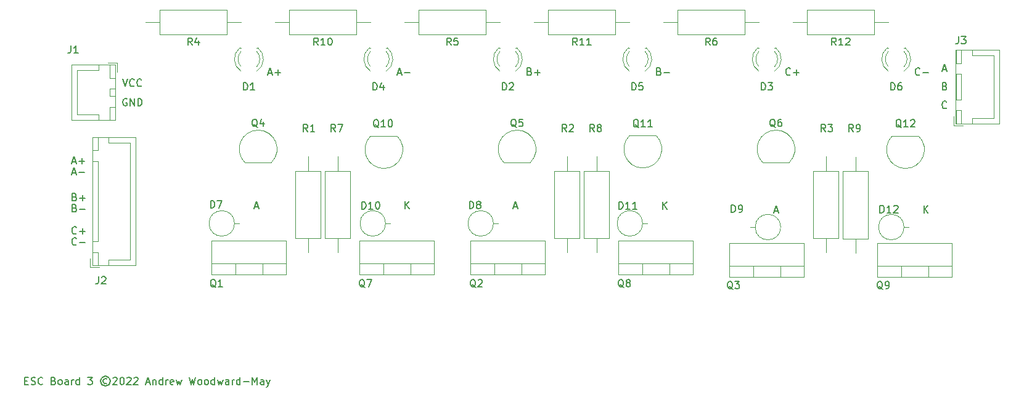
<source format=gto>
G04 #@! TF.GenerationSoftware,KiCad,Pcbnew,(6.0.2)*
G04 #@! TF.CreationDate,2022-03-10T23:04:52+00:00*
G04 #@! TF.ProjectId,ESC1,45534331-2e6b-4696-9361-645f70636258,rev?*
G04 #@! TF.SameCoordinates,Original*
G04 #@! TF.FileFunction,Legend,Top*
G04 #@! TF.FilePolarity,Positive*
%FSLAX46Y46*%
G04 Gerber Fmt 4.6, Leading zero omitted, Abs format (unit mm)*
G04 Created by KiCad (PCBNEW (6.0.2)) date 2022-03-10 23:04:52*
%MOMM*%
%LPD*%
G01*
G04 APERTURE LIST*
%ADD10C,0.150000*%
%ADD11C,0.120000*%
G04 APERTURE END LIST*
D10*
X142041523Y-33956142D02*
X141993904Y-34003761D01*
X141851047Y-34051380D01*
X141755809Y-34051380D01*
X141612952Y-34003761D01*
X141517714Y-33908523D01*
X141470095Y-33813285D01*
X141422476Y-33622809D01*
X141422476Y-33479952D01*
X141470095Y-33289476D01*
X141517714Y-33194238D01*
X141612952Y-33099000D01*
X141755809Y-33051380D01*
X141851047Y-33051380D01*
X141993904Y-33099000D01*
X142041523Y-33146619D01*
X141803428Y-30987571D02*
X141946285Y-31035190D01*
X141993904Y-31082809D01*
X142041523Y-31178047D01*
X142041523Y-31320904D01*
X141993904Y-31416142D01*
X141946285Y-31463761D01*
X141851047Y-31511380D01*
X141470095Y-31511380D01*
X141470095Y-30511380D01*
X141803428Y-30511380D01*
X141898666Y-30559000D01*
X141946285Y-30606619D01*
X141993904Y-30701857D01*
X141993904Y-30797095D01*
X141946285Y-30892333D01*
X141898666Y-30939952D01*
X141803428Y-30987571D01*
X141470095Y-30987571D01*
X141493904Y-28685666D02*
X141970095Y-28685666D01*
X141398666Y-28971380D02*
X141732000Y-27971380D01*
X142065333Y-28971380D01*
X138374476Y-29384142D02*
X138326857Y-29431761D01*
X138184000Y-29479380D01*
X138088761Y-29479380D01*
X137945904Y-29431761D01*
X137850666Y-29336523D01*
X137803047Y-29241285D01*
X137755428Y-29050809D01*
X137755428Y-28907952D01*
X137803047Y-28717476D01*
X137850666Y-28622238D01*
X137945904Y-28527000D01*
X138088761Y-28479380D01*
X138184000Y-28479380D01*
X138326857Y-28527000D01*
X138374476Y-28574619D01*
X138803047Y-29098428D02*
X139564952Y-29098428D01*
X120594476Y-29384142D02*
X120546857Y-29431761D01*
X120404000Y-29479380D01*
X120308761Y-29479380D01*
X120165904Y-29431761D01*
X120070666Y-29336523D01*
X120023047Y-29241285D01*
X119975428Y-29050809D01*
X119975428Y-28907952D01*
X120023047Y-28717476D01*
X120070666Y-28622238D01*
X120165904Y-28527000D01*
X120308761Y-28479380D01*
X120404000Y-28479380D01*
X120546857Y-28527000D01*
X120594476Y-28574619D01*
X121023047Y-29098428D02*
X121784952Y-29098428D01*
X121404000Y-29479380D02*
X121404000Y-28717476D01*
X102576380Y-28955571D02*
X102719238Y-29003190D01*
X102766857Y-29050809D01*
X102814476Y-29146047D01*
X102814476Y-29288904D01*
X102766857Y-29384142D01*
X102719238Y-29431761D01*
X102624000Y-29479380D01*
X102243047Y-29479380D01*
X102243047Y-28479380D01*
X102576380Y-28479380D01*
X102671619Y-28527000D01*
X102719238Y-28574619D01*
X102766857Y-28669857D01*
X102766857Y-28765095D01*
X102719238Y-28860333D01*
X102671619Y-28907952D01*
X102576380Y-28955571D01*
X102243047Y-28955571D01*
X103243047Y-29098428D02*
X104004952Y-29098428D01*
X84796380Y-28955571D02*
X84939238Y-29003190D01*
X84986857Y-29050809D01*
X85034476Y-29146047D01*
X85034476Y-29288904D01*
X84986857Y-29384142D01*
X84939238Y-29431761D01*
X84844000Y-29479380D01*
X84463047Y-29479380D01*
X84463047Y-28479380D01*
X84796380Y-28479380D01*
X84891619Y-28527000D01*
X84939238Y-28574619D01*
X84986857Y-28669857D01*
X84986857Y-28765095D01*
X84939238Y-28860333D01*
X84891619Y-28907952D01*
X84796380Y-28955571D01*
X84463047Y-28955571D01*
X85463047Y-29098428D02*
X86224952Y-29098428D01*
X85844000Y-29479380D02*
X85844000Y-28717476D01*
X66706857Y-29193666D02*
X67183047Y-29193666D01*
X66611619Y-29479380D02*
X66944952Y-28479380D01*
X67278285Y-29479380D01*
X67611619Y-29098428D02*
X68373523Y-29098428D01*
X48926857Y-29193666D02*
X49403047Y-29193666D01*
X48831619Y-29479380D02*
X49164952Y-28479380D01*
X49498285Y-29479380D01*
X49831619Y-29098428D02*
X50593523Y-29098428D01*
X50212571Y-29479380D02*
X50212571Y-28717476D01*
X22002857Y-42909666D02*
X22479047Y-42909666D01*
X21907619Y-43195380D02*
X22240952Y-42195380D01*
X22574285Y-43195380D01*
X22907619Y-42814428D02*
X23669523Y-42814428D01*
X28892666Y-30003380D02*
X29226000Y-31003380D01*
X29559333Y-30003380D01*
X30464095Y-30908142D02*
X30416476Y-30955761D01*
X30273619Y-31003380D01*
X30178380Y-31003380D01*
X30035523Y-30955761D01*
X29940285Y-30860523D01*
X29892666Y-30765285D01*
X29845047Y-30574809D01*
X29845047Y-30431952D01*
X29892666Y-30241476D01*
X29940285Y-30146238D01*
X30035523Y-30051000D01*
X30178380Y-30003380D01*
X30273619Y-30003380D01*
X30416476Y-30051000D01*
X30464095Y-30098619D01*
X31464095Y-30908142D02*
X31416476Y-30955761D01*
X31273619Y-31003380D01*
X31178380Y-31003380D01*
X31035523Y-30955761D01*
X30940285Y-30860523D01*
X30892666Y-30765285D01*
X30845047Y-30574809D01*
X30845047Y-30431952D01*
X30892666Y-30241476D01*
X30940285Y-30146238D01*
X31035523Y-30051000D01*
X31178380Y-30003380D01*
X31273619Y-30003380D01*
X31416476Y-30051000D01*
X31464095Y-30098619D01*
X22312380Y-47751571D02*
X22455238Y-47799190D01*
X22502857Y-47846809D01*
X22550476Y-47942047D01*
X22550476Y-48084904D01*
X22502857Y-48180142D01*
X22455238Y-48227761D01*
X22360000Y-48275380D01*
X21979047Y-48275380D01*
X21979047Y-47275380D01*
X22312380Y-47275380D01*
X22407619Y-47323000D01*
X22455238Y-47370619D01*
X22502857Y-47465857D01*
X22502857Y-47561095D01*
X22455238Y-47656333D01*
X22407619Y-47703952D01*
X22312380Y-47751571D01*
X21979047Y-47751571D01*
X22979047Y-47894428D02*
X23740952Y-47894428D01*
X22550476Y-52752142D02*
X22502857Y-52799761D01*
X22360000Y-52847380D01*
X22264761Y-52847380D01*
X22121904Y-52799761D01*
X22026666Y-52704523D01*
X21979047Y-52609285D01*
X21931428Y-52418809D01*
X21931428Y-52275952D01*
X21979047Y-52085476D01*
X22026666Y-51990238D01*
X22121904Y-51895000D01*
X22264761Y-51847380D01*
X22360000Y-51847380D01*
X22502857Y-51895000D01*
X22550476Y-51942619D01*
X22979047Y-52466428D02*
X23740952Y-52466428D01*
X22550476Y-51228142D02*
X22502857Y-51275761D01*
X22360000Y-51323380D01*
X22264761Y-51323380D01*
X22121904Y-51275761D01*
X22026666Y-51180523D01*
X21979047Y-51085285D01*
X21931428Y-50894809D01*
X21931428Y-50751952D01*
X21979047Y-50561476D01*
X22026666Y-50466238D01*
X22121904Y-50371000D01*
X22264761Y-50323380D01*
X22360000Y-50323380D01*
X22502857Y-50371000D01*
X22550476Y-50418619D01*
X22979047Y-50942428D02*
X23740952Y-50942428D01*
X23360000Y-51323380D02*
X23360000Y-50561476D01*
X22312380Y-46227571D02*
X22455238Y-46275190D01*
X22502857Y-46322809D01*
X22550476Y-46418047D01*
X22550476Y-46560904D01*
X22502857Y-46656142D01*
X22455238Y-46703761D01*
X22360000Y-46751380D01*
X21979047Y-46751380D01*
X21979047Y-45751380D01*
X22312380Y-45751380D01*
X22407619Y-45799000D01*
X22455238Y-45846619D01*
X22502857Y-45941857D01*
X22502857Y-46037095D01*
X22455238Y-46132333D01*
X22407619Y-46179952D01*
X22312380Y-46227571D01*
X21979047Y-46227571D01*
X22979047Y-46370428D02*
X23740952Y-46370428D01*
X23360000Y-46751380D02*
X23360000Y-45989476D01*
X15472285Y-71500571D02*
X15805619Y-71500571D01*
X15948476Y-72024380D02*
X15472285Y-72024380D01*
X15472285Y-71024380D01*
X15948476Y-71024380D01*
X16329428Y-71976761D02*
X16472285Y-72024380D01*
X16710380Y-72024380D01*
X16805619Y-71976761D01*
X16853238Y-71929142D01*
X16900857Y-71833904D01*
X16900857Y-71738666D01*
X16853238Y-71643428D01*
X16805619Y-71595809D01*
X16710380Y-71548190D01*
X16519904Y-71500571D01*
X16424666Y-71452952D01*
X16377047Y-71405333D01*
X16329428Y-71310095D01*
X16329428Y-71214857D01*
X16377047Y-71119619D01*
X16424666Y-71072000D01*
X16519904Y-71024380D01*
X16757999Y-71024380D01*
X16900857Y-71072000D01*
X17900857Y-71929142D02*
X17853238Y-71976761D01*
X17710380Y-72024380D01*
X17615142Y-72024380D01*
X17472285Y-71976761D01*
X17377047Y-71881523D01*
X17329428Y-71786285D01*
X17281809Y-71595809D01*
X17281809Y-71452952D01*
X17329428Y-71262476D01*
X17377047Y-71167238D01*
X17472285Y-71072000D01*
X17615142Y-71024380D01*
X17710380Y-71024380D01*
X17853238Y-71072000D01*
X17900857Y-71119619D01*
X19424666Y-71500571D02*
X19567523Y-71548190D01*
X19615142Y-71595809D01*
X19662761Y-71691047D01*
X19662761Y-71833904D01*
X19615142Y-71929142D01*
X19567523Y-71976761D01*
X19472285Y-72024380D01*
X19091333Y-72024380D01*
X19091333Y-71024380D01*
X19424666Y-71024380D01*
X19519904Y-71072000D01*
X19567523Y-71119619D01*
X19615142Y-71214857D01*
X19615142Y-71310095D01*
X19567523Y-71405333D01*
X19519904Y-71452952D01*
X19424666Y-71500571D01*
X19091333Y-71500571D01*
X20234190Y-72024380D02*
X20138952Y-71976761D01*
X20091333Y-71929142D01*
X20043714Y-71833904D01*
X20043714Y-71548190D01*
X20091333Y-71452952D01*
X20138952Y-71405333D01*
X20234190Y-71357714D01*
X20377047Y-71357714D01*
X20472285Y-71405333D01*
X20519904Y-71452952D01*
X20567523Y-71548190D01*
X20567523Y-71833904D01*
X20519904Y-71929142D01*
X20472285Y-71976761D01*
X20377047Y-72024380D01*
X20234190Y-72024380D01*
X21424666Y-72024380D02*
X21424666Y-71500571D01*
X21377047Y-71405333D01*
X21281809Y-71357714D01*
X21091333Y-71357714D01*
X20996095Y-71405333D01*
X21424666Y-71976761D02*
X21329428Y-72024380D01*
X21091333Y-72024380D01*
X20996095Y-71976761D01*
X20948476Y-71881523D01*
X20948476Y-71786285D01*
X20996095Y-71691047D01*
X21091333Y-71643428D01*
X21329428Y-71643428D01*
X21424666Y-71595809D01*
X21900857Y-72024380D02*
X21900857Y-71357714D01*
X21900857Y-71548190D02*
X21948476Y-71452952D01*
X21996095Y-71405333D01*
X22091333Y-71357714D01*
X22186571Y-71357714D01*
X22948476Y-72024380D02*
X22948476Y-71024380D01*
X22948476Y-71976761D02*
X22853238Y-72024380D01*
X22662761Y-72024380D01*
X22567523Y-71976761D01*
X22519904Y-71929142D01*
X22472285Y-71833904D01*
X22472285Y-71548190D01*
X22519904Y-71452952D01*
X22567523Y-71405333D01*
X22662761Y-71357714D01*
X22853238Y-71357714D01*
X22948476Y-71405333D01*
X24091333Y-71024380D02*
X24710380Y-71024380D01*
X24377047Y-71405333D01*
X24519904Y-71405333D01*
X24615142Y-71452952D01*
X24662761Y-71500571D01*
X24710380Y-71595809D01*
X24710380Y-71833904D01*
X24662761Y-71929142D01*
X24615142Y-71976761D01*
X24519904Y-72024380D01*
X24234190Y-72024380D01*
X24138952Y-71976761D01*
X24091333Y-71929142D01*
X26710380Y-71262476D02*
X26615142Y-71214857D01*
X26424666Y-71214857D01*
X26329428Y-71262476D01*
X26234190Y-71357714D01*
X26186571Y-71452952D01*
X26186571Y-71643428D01*
X26234190Y-71738666D01*
X26329428Y-71833904D01*
X26424666Y-71881523D01*
X26615142Y-71881523D01*
X26710380Y-71833904D01*
X26519904Y-70881523D02*
X26281809Y-70929142D01*
X26043714Y-71072000D01*
X25900857Y-71310095D01*
X25853238Y-71548190D01*
X25900857Y-71786285D01*
X26043714Y-72024380D01*
X26281809Y-72167238D01*
X26519904Y-72214857D01*
X26757999Y-72167238D01*
X26996095Y-72024380D01*
X27138952Y-71786285D01*
X27186571Y-71548190D01*
X27138952Y-71310095D01*
X26996095Y-71072000D01*
X26757999Y-70929142D01*
X26519904Y-70881523D01*
X27567523Y-71119619D02*
X27615142Y-71072000D01*
X27710380Y-71024380D01*
X27948476Y-71024380D01*
X28043714Y-71072000D01*
X28091333Y-71119619D01*
X28138952Y-71214857D01*
X28138952Y-71310095D01*
X28091333Y-71452952D01*
X27519904Y-72024380D01*
X28138952Y-72024380D01*
X28757999Y-71024380D02*
X28853238Y-71024380D01*
X28948476Y-71072000D01*
X28996095Y-71119619D01*
X29043714Y-71214857D01*
X29091333Y-71405333D01*
X29091333Y-71643428D01*
X29043714Y-71833904D01*
X28996095Y-71929142D01*
X28948476Y-71976761D01*
X28853238Y-72024380D01*
X28757999Y-72024380D01*
X28662761Y-71976761D01*
X28615142Y-71929142D01*
X28567523Y-71833904D01*
X28519904Y-71643428D01*
X28519904Y-71405333D01*
X28567523Y-71214857D01*
X28615142Y-71119619D01*
X28662761Y-71072000D01*
X28757999Y-71024380D01*
X29472285Y-71119619D02*
X29519904Y-71072000D01*
X29615142Y-71024380D01*
X29853238Y-71024380D01*
X29948476Y-71072000D01*
X29996095Y-71119619D01*
X30043714Y-71214857D01*
X30043714Y-71310095D01*
X29996095Y-71452952D01*
X29424666Y-72024380D01*
X30043714Y-72024380D01*
X30424666Y-71119619D02*
X30472285Y-71072000D01*
X30567523Y-71024380D01*
X30805619Y-71024380D01*
X30900857Y-71072000D01*
X30948476Y-71119619D01*
X30996095Y-71214857D01*
X30996095Y-71310095D01*
X30948476Y-71452952D01*
X30377047Y-72024380D01*
X30996095Y-72024380D01*
X32138952Y-71738666D02*
X32615142Y-71738666D01*
X32043714Y-72024380D02*
X32377047Y-71024380D01*
X32710380Y-72024380D01*
X33043714Y-71357714D02*
X33043714Y-72024380D01*
X33043714Y-71452952D02*
X33091333Y-71405333D01*
X33186571Y-71357714D01*
X33329428Y-71357714D01*
X33424666Y-71405333D01*
X33472285Y-71500571D01*
X33472285Y-72024380D01*
X34377047Y-72024380D02*
X34377047Y-71024380D01*
X34377047Y-71976761D02*
X34281809Y-72024380D01*
X34091333Y-72024380D01*
X33996095Y-71976761D01*
X33948476Y-71929142D01*
X33900857Y-71833904D01*
X33900857Y-71548190D01*
X33948476Y-71452952D01*
X33996095Y-71405333D01*
X34091333Y-71357714D01*
X34281809Y-71357714D01*
X34377047Y-71405333D01*
X34853238Y-72024380D02*
X34853238Y-71357714D01*
X34853238Y-71548190D02*
X34900857Y-71452952D01*
X34948476Y-71405333D01*
X35043714Y-71357714D01*
X35138952Y-71357714D01*
X35853238Y-71976761D02*
X35757999Y-72024380D01*
X35567523Y-72024380D01*
X35472285Y-71976761D01*
X35424666Y-71881523D01*
X35424666Y-71500571D01*
X35472285Y-71405333D01*
X35567523Y-71357714D01*
X35757999Y-71357714D01*
X35853238Y-71405333D01*
X35900857Y-71500571D01*
X35900857Y-71595809D01*
X35424666Y-71691047D01*
X36234190Y-71357714D02*
X36424666Y-72024380D01*
X36615142Y-71548190D01*
X36805619Y-72024380D01*
X36996095Y-71357714D01*
X38043714Y-71024380D02*
X38281809Y-72024380D01*
X38472285Y-71310095D01*
X38662761Y-72024380D01*
X38900857Y-71024380D01*
X39424666Y-72024380D02*
X39329428Y-71976761D01*
X39281809Y-71929142D01*
X39234190Y-71833904D01*
X39234190Y-71548190D01*
X39281809Y-71452952D01*
X39329428Y-71405333D01*
X39424666Y-71357714D01*
X39567523Y-71357714D01*
X39662761Y-71405333D01*
X39710380Y-71452952D01*
X39757999Y-71548190D01*
X39757999Y-71833904D01*
X39710380Y-71929142D01*
X39662761Y-71976761D01*
X39567523Y-72024380D01*
X39424666Y-72024380D01*
X40329428Y-72024380D02*
X40234190Y-71976761D01*
X40186571Y-71929142D01*
X40138952Y-71833904D01*
X40138952Y-71548190D01*
X40186571Y-71452952D01*
X40234190Y-71405333D01*
X40329428Y-71357714D01*
X40472285Y-71357714D01*
X40567523Y-71405333D01*
X40615142Y-71452952D01*
X40662761Y-71548190D01*
X40662761Y-71833904D01*
X40615142Y-71929142D01*
X40567523Y-71976761D01*
X40472285Y-72024380D01*
X40329428Y-72024380D01*
X41519904Y-72024380D02*
X41519904Y-71024380D01*
X41519904Y-71976761D02*
X41424666Y-72024380D01*
X41234190Y-72024380D01*
X41138952Y-71976761D01*
X41091333Y-71929142D01*
X41043714Y-71833904D01*
X41043714Y-71548190D01*
X41091333Y-71452952D01*
X41138952Y-71405333D01*
X41234190Y-71357714D01*
X41424666Y-71357714D01*
X41519904Y-71405333D01*
X41900857Y-71357714D02*
X42091333Y-72024380D01*
X42281809Y-71548190D01*
X42472285Y-72024380D01*
X42662761Y-71357714D01*
X43472285Y-72024380D02*
X43472285Y-71500571D01*
X43424666Y-71405333D01*
X43329428Y-71357714D01*
X43138952Y-71357714D01*
X43043714Y-71405333D01*
X43472285Y-71976761D02*
X43377047Y-72024380D01*
X43138952Y-72024380D01*
X43043714Y-71976761D01*
X42996095Y-71881523D01*
X42996095Y-71786285D01*
X43043714Y-71691047D01*
X43138952Y-71643428D01*
X43377047Y-71643428D01*
X43472285Y-71595809D01*
X43948476Y-72024380D02*
X43948476Y-71357714D01*
X43948476Y-71548190D02*
X43996095Y-71452952D01*
X44043714Y-71405333D01*
X44138952Y-71357714D01*
X44234190Y-71357714D01*
X44996095Y-72024380D02*
X44996095Y-71024380D01*
X44996095Y-71976761D02*
X44900857Y-72024380D01*
X44710380Y-72024380D01*
X44615142Y-71976761D01*
X44567523Y-71929142D01*
X44519904Y-71833904D01*
X44519904Y-71548190D01*
X44567523Y-71452952D01*
X44615142Y-71405333D01*
X44710380Y-71357714D01*
X44900857Y-71357714D01*
X44996095Y-71405333D01*
X45472285Y-71643428D02*
X46234190Y-71643428D01*
X46710380Y-72024380D02*
X46710380Y-71024380D01*
X47043714Y-71738666D01*
X47377047Y-71024380D01*
X47377047Y-72024380D01*
X48281809Y-72024380D02*
X48281809Y-71500571D01*
X48234190Y-71405333D01*
X48138952Y-71357714D01*
X47948476Y-71357714D01*
X47853238Y-71405333D01*
X48281809Y-71976761D02*
X48186571Y-72024380D01*
X47948476Y-72024380D01*
X47853238Y-71976761D01*
X47805619Y-71881523D01*
X47805619Y-71786285D01*
X47853238Y-71691047D01*
X47948476Y-71643428D01*
X48186571Y-71643428D01*
X48281809Y-71595809D01*
X48662761Y-71357714D02*
X48900857Y-72024380D01*
X49138952Y-71357714D02*
X48900857Y-72024380D01*
X48805619Y-72262476D01*
X48757999Y-72310095D01*
X48662761Y-72357714D01*
X29464095Y-32718000D02*
X29368857Y-32670380D01*
X29226000Y-32670380D01*
X29083142Y-32718000D01*
X28987904Y-32813238D01*
X28940285Y-32908476D01*
X28892666Y-33098952D01*
X28892666Y-33241809D01*
X28940285Y-33432285D01*
X28987904Y-33527523D01*
X29083142Y-33622761D01*
X29226000Y-33670380D01*
X29321238Y-33670380D01*
X29464095Y-33622761D01*
X29511714Y-33575142D01*
X29511714Y-33241809D01*
X29321238Y-33241809D01*
X29940285Y-33670380D02*
X29940285Y-32670380D01*
X30511714Y-33670380D01*
X30511714Y-32670380D01*
X30987904Y-33670380D02*
X30987904Y-32670380D01*
X31226000Y-32670380D01*
X31368857Y-32718000D01*
X31464095Y-32813238D01*
X31511714Y-32908476D01*
X31559333Y-33098952D01*
X31559333Y-33241809D01*
X31511714Y-33432285D01*
X31464095Y-33527523D01*
X31368857Y-33622761D01*
X31226000Y-33670380D01*
X30987904Y-33670380D01*
X22002857Y-41385666D02*
X22479047Y-41385666D01*
X21907619Y-41671380D02*
X22240952Y-40671380D01*
X22574285Y-41671380D01*
X22907619Y-41290428D02*
X23669523Y-41290428D01*
X23288571Y-41671380D02*
X23288571Y-40909476D01*
X134389904Y-31511380D02*
X134389904Y-30511380D01*
X134628000Y-30511380D01*
X134770857Y-30559000D01*
X134866095Y-30654238D01*
X134913714Y-30749476D01*
X134961333Y-30939952D01*
X134961333Y-31082809D01*
X134913714Y-31273285D01*
X134866095Y-31368523D01*
X134770857Y-31463761D01*
X134628000Y-31511380D01*
X134389904Y-31511380D01*
X135818476Y-30511380D02*
X135628000Y-30511380D01*
X135532761Y-30559000D01*
X135485142Y-30606619D01*
X135389904Y-30749476D01*
X135342285Y-30939952D01*
X135342285Y-31320904D01*
X135389904Y-31416142D01*
X135437523Y-31463761D01*
X135532761Y-31511380D01*
X135723238Y-31511380D01*
X135818476Y-31463761D01*
X135866095Y-31416142D01*
X135913714Y-31320904D01*
X135913714Y-31082809D01*
X135866095Y-30987571D01*
X135818476Y-30939952D01*
X135723238Y-30892333D01*
X135532761Y-30892333D01*
X135437523Y-30939952D01*
X135389904Y-30987571D01*
X135342285Y-31082809D01*
X112680761Y-58911619D02*
X112585523Y-58864000D01*
X112490285Y-58768761D01*
X112347428Y-58625904D01*
X112252190Y-58578285D01*
X112156952Y-58578285D01*
X112204571Y-58816380D02*
X112109333Y-58768761D01*
X112014095Y-58673523D01*
X111966476Y-58483047D01*
X111966476Y-58149714D01*
X112014095Y-57959238D01*
X112109333Y-57864000D01*
X112204571Y-57816380D01*
X112395047Y-57816380D01*
X112490285Y-57864000D01*
X112585523Y-57959238D01*
X112633142Y-58149714D01*
X112633142Y-58483047D01*
X112585523Y-58673523D01*
X112490285Y-58768761D01*
X112395047Y-58816380D01*
X112204571Y-58816380D01*
X112966476Y-57816380D02*
X113585523Y-57816380D01*
X113252190Y-58197333D01*
X113395047Y-58197333D01*
X113490285Y-58244952D01*
X113537904Y-58292571D01*
X113585523Y-58387809D01*
X113585523Y-58625904D01*
X113537904Y-58721142D01*
X113490285Y-58768761D01*
X113395047Y-58816380D01*
X113109333Y-58816380D01*
X113014095Y-58768761D01*
X112966476Y-58721142D01*
X133254761Y-58911619D02*
X133159523Y-58864000D01*
X133064285Y-58768761D01*
X132921428Y-58625904D01*
X132826190Y-58578285D01*
X132730952Y-58578285D01*
X132778571Y-58816380D02*
X132683333Y-58768761D01*
X132588095Y-58673523D01*
X132540476Y-58483047D01*
X132540476Y-58149714D01*
X132588095Y-57959238D01*
X132683333Y-57864000D01*
X132778571Y-57816380D01*
X132969047Y-57816380D01*
X133064285Y-57864000D01*
X133159523Y-57959238D01*
X133207142Y-58149714D01*
X133207142Y-58483047D01*
X133159523Y-58673523D01*
X133064285Y-58768761D01*
X132969047Y-58816380D01*
X132778571Y-58816380D01*
X133683333Y-58816380D02*
X133873809Y-58816380D01*
X133969047Y-58768761D01*
X134016666Y-58721142D01*
X134111904Y-58578285D01*
X134159523Y-58387809D01*
X134159523Y-58006857D01*
X134111904Y-57911619D01*
X134064285Y-57864000D01*
X133969047Y-57816380D01*
X133778571Y-57816380D01*
X133683333Y-57864000D01*
X133635714Y-57911619D01*
X133588095Y-58006857D01*
X133588095Y-58244952D01*
X133635714Y-58340190D01*
X133683333Y-58387809D01*
X133778571Y-58435428D01*
X133969047Y-58435428D01*
X134064285Y-58387809D01*
X134111904Y-58340190D01*
X134159523Y-58244952D01*
X55745142Y-25341380D02*
X55411809Y-24865190D01*
X55173714Y-25341380D02*
X55173714Y-24341380D01*
X55554666Y-24341380D01*
X55649904Y-24389000D01*
X55697523Y-24436619D01*
X55745142Y-24531857D01*
X55745142Y-24674714D01*
X55697523Y-24769952D01*
X55649904Y-24817571D01*
X55554666Y-24865190D01*
X55173714Y-24865190D01*
X56697523Y-25341380D02*
X56126095Y-25341380D01*
X56411809Y-25341380D02*
X56411809Y-24341380D01*
X56316571Y-24484238D01*
X56221333Y-24579476D01*
X56126095Y-24627095D01*
X57316571Y-24341380D02*
X57411809Y-24341380D01*
X57507047Y-24389000D01*
X57554666Y-24436619D01*
X57602285Y-24531857D01*
X57649904Y-24722333D01*
X57649904Y-24960428D01*
X57602285Y-25150904D01*
X57554666Y-25246142D01*
X57507047Y-25293761D01*
X57411809Y-25341380D01*
X57316571Y-25341380D01*
X57221333Y-25293761D01*
X57173714Y-25246142D01*
X57126095Y-25150904D01*
X57078476Y-24960428D01*
X57078476Y-24722333D01*
X57126095Y-24531857D01*
X57173714Y-24436619D01*
X57221333Y-24389000D01*
X57316571Y-24341380D01*
X21764666Y-25431380D02*
X21764666Y-26145666D01*
X21717047Y-26288523D01*
X21621809Y-26383761D01*
X21478952Y-26431380D01*
X21383714Y-26431380D01*
X22764666Y-26431380D02*
X22193238Y-26431380D01*
X22478952Y-26431380D02*
X22478952Y-25431380D01*
X22383714Y-25574238D01*
X22288476Y-25669476D01*
X22193238Y-25717095D01*
X135826571Y-36686619D02*
X135731333Y-36639000D01*
X135636095Y-36543761D01*
X135493238Y-36400904D01*
X135398000Y-36353285D01*
X135302761Y-36353285D01*
X135350380Y-36591380D02*
X135255142Y-36543761D01*
X135159904Y-36448523D01*
X135112285Y-36258047D01*
X135112285Y-35924714D01*
X135159904Y-35734238D01*
X135255142Y-35639000D01*
X135350380Y-35591380D01*
X135540857Y-35591380D01*
X135636095Y-35639000D01*
X135731333Y-35734238D01*
X135778952Y-35924714D01*
X135778952Y-36258047D01*
X135731333Y-36448523D01*
X135636095Y-36543761D01*
X135540857Y-36591380D01*
X135350380Y-36591380D01*
X136731333Y-36591380D02*
X136159904Y-36591380D01*
X136445619Y-36591380D02*
X136445619Y-35591380D01*
X136350380Y-35734238D01*
X136255142Y-35829476D01*
X136159904Y-35877095D01*
X137112285Y-35686619D02*
X137159904Y-35639000D01*
X137255142Y-35591380D01*
X137493238Y-35591380D01*
X137588476Y-35639000D01*
X137636095Y-35686619D01*
X137683714Y-35781857D01*
X137683714Y-35877095D01*
X137636095Y-36019952D01*
X137064666Y-36591380D01*
X137683714Y-36591380D01*
X77374761Y-58657619D02*
X77279523Y-58610000D01*
X77184285Y-58514761D01*
X77041428Y-58371904D01*
X76946190Y-58324285D01*
X76850952Y-58324285D01*
X76898571Y-58562380D02*
X76803333Y-58514761D01*
X76708095Y-58419523D01*
X76660476Y-58229047D01*
X76660476Y-57895714D01*
X76708095Y-57705238D01*
X76803333Y-57610000D01*
X76898571Y-57562380D01*
X77089047Y-57562380D01*
X77184285Y-57610000D01*
X77279523Y-57705238D01*
X77327142Y-57895714D01*
X77327142Y-58229047D01*
X77279523Y-58419523D01*
X77184285Y-58514761D01*
X77089047Y-58562380D01*
X76898571Y-58562380D01*
X77708095Y-57657619D02*
X77755714Y-57610000D01*
X77850952Y-57562380D01*
X78089047Y-57562380D01*
X78184285Y-57610000D01*
X78231904Y-57657619D01*
X78279523Y-57752857D01*
X78279523Y-57848095D01*
X78231904Y-57990952D01*
X77660476Y-58562380D01*
X78279523Y-58562380D01*
X99758571Y-36686619D02*
X99663333Y-36639000D01*
X99568095Y-36543761D01*
X99425238Y-36400904D01*
X99330000Y-36353285D01*
X99234761Y-36353285D01*
X99282380Y-36591380D02*
X99187142Y-36543761D01*
X99091904Y-36448523D01*
X99044285Y-36258047D01*
X99044285Y-35924714D01*
X99091904Y-35734238D01*
X99187142Y-35639000D01*
X99282380Y-35591380D01*
X99472857Y-35591380D01*
X99568095Y-35639000D01*
X99663333Y-35734238D01*
X99710952Y-35924714D01*
X99710952Y-36258047D01*
X99663333Y-36448523D01*
X99568095Y-36543761D01*
X99472857Y-36591380D01*
X99282380Y-36591380D01*
X100663333Y-36591380D02*
X100091904Y-36591380D01*
X100377619Y-36591380D02*
X100377619Y-35591380D01*
X100282380Y-35734238D01*
X100187142Y-35829476D01*
X100091904Y-35877095D01*
X101615714Y-36591380D02*
X101044285Y-36591380D01*
X101330000Y-36591380D02*
X101330000Y-35591380D01*
X101234761Y-35734238D01*
X101139523Y-35829476D01*
X101044285Y-35877095D01*
X62134761Y-58657619D02*
X62039523Y-58610000D01*
X61944285Y-58514761D01*
X61801428Y-58371904D01*
X61706190Y-58324285D01*
X61610952Y-58324285D01*
X61658571Y-58562380D02*
X61563333Y-58514761D01*
X61468095Y-58419523D01*
X61420476Y-58229047D01*
X61420476Y-57895714D01*
X61468095Y-57705238D01*
X61563333Y-57610000D01*
X61658571Y-57562380D01*
X61849047Y-57562380D01*
X61944285Y-57610000D01*
X62039523Y-57705238D01*
X62087142Y-57895714D01*
X62087142Y-58229047D01*
X62039523Y-58419523D01*
X61944285Y-58514761D01*
X61849047Y-58562380D01*
X61658571Y-58562380D01*
X62420476Y-57562380D02*
X63087142Y-57562380D01*
X62658571Y-58562380D01*
X97032914Y-47868980D02*
X97032914Y-46868980D01*
X97271009Y-46868980D01*
X97413866Y-46916600D01*
X97509104Y-47011838D01*
X97556723Y-47107076D01*
X97604342Y-47297552D01*
X97604342Y-47440409D01*
X97556723Y-47630885D01*
X97509104Y-47726123D01*
X97413866Y-47821361D01*
X97271009Y-47868980D01*
X97032914Y-47868980D01*
X98556723Y-47868980D02*
X97985295Y-47868980D01*
X98271009Y-47868980D02*
X98271009Y-46868980D01*
X98175771Y-47011838D01*
X98080533Y-47107076D01*
X97985295Y-47154695D01*
X99509104Y-47868980D02*
X98937676Y-47868980D01*
X99223390Y-47868980D02*
X99223390Y-46868980D01*
X99128152Y-47011838D01*
X99032914Y-47107076D01*
X98937676Y-47154695D01*
X103065295Y-47868980D02*
X103065295Y-46868980D01*
X103636723Y-47868980D02*
X103208152Y-47297552D01*
X103636723Y-46868980D02*
X103065295Y-47440409D01*
X76528704Y-47818180D02*
X76528704Y-46818180D01*
X76766800Y-46818180D01*
X76909657Y-46865800D01*
X77004895Y-46961038D01*
X77052514Y-47056276D01*
X77100133Y-47246752D01*
X77100133Y-47389609D01*
X77052514Y-47580085D01*
X77004895Y-47675323D01*
X76909657Y-47770561D01*
X76766800Y-47818180D01*
X76528704Y-47818180D01*
X77671561Y-47246752D02*
X77576323Y-47199133D01*
X77528704Y-47151514D01*
X77481085Y-47056276D01*
X77481085Y-47008657D01*
X77528704Y-46913419D01*
X77576323Y-46865800D01*
X77671561Y-46818180D01*
X77862038Y-46818180D01*
X77957276Y-46865800D01*
X78004895Y-46913419D01*
X78052514Y-47008657D01*
X78052514Y-47056276D01*
X78004895Y-47151514D01*
X77957276Y-47199133D01*
X77862038Y-47246752D01*
X77671561Y-47246752D01*
X77576323Y-47294371D01*
X77528704Y-47341990D01*
X77481085Y-47437228D01*
X77481085Y-47627704D01*
X77528704Y-47722942D01*
X77576323Y-47770561D01*
X77671561Y-47818180D01*
X77862038Y-47818180D01*
X77957276Y-47770561D01*
X78004895Y-47722942D01*
X78052514Y-47627704D01*
X78052514Y-47437228D01*
X78004895Y-47341990D01*
X77957276Y-47294371D01*
X77862038Y-47246752D01*
X82565904Y-47532466D02*
X83042095Y-47532466D01*
X82470666Y-47818180D02*
X82804000Y-46818180D01*
X83137333Y-47818180D01*
X47402761Y-36611619D02*
X47307523Y-36564000D01*
X47212285Y-36468761D01*
X47069428Y-36325904D01*
X46974190Y-36278285D01*
X46878952Y-36278285D01*
X46926571Y-36516380D02*
X46831333Y-36468761D01*
X46736095Y-36373523D01*
X46688476Y-36183047D01*
X46688476Y-35849714D01*
X46736095Y-35659238D01*
X46831333Y-35564000D01*
X46926571Y-35516380D01*
X47117047Y-35516380D01*
X47212285Y-35564000D01*
X47307523Y-35659238D01*
X47355142Y-35849714D01*
X47355142Y-36183047D01*
X47307523Y-36373523D01*
X47212285Y-36468761D01*
X47117047Y-36516380D01*
X46926571Y-36516380D01*
X48212285Y-35849714D02*
X48212285Y-36516380D01*
X47974190Y-35468761D02*
X47736095Y-36183047D01*
X48355142Y-36183047D01*
X143684666Y-24161380D02*
X143684666Y-24875666D01*
X143637047Y-25018523D01*
X143541809Y-25113761D01*
X143398952Y-25161380D01*
X143303714Y-25161380D01*
X144065619Y-24161380D02*
X144684666Y-24161380D01*
X144351333Y-24542333D01*
X144494190Y-24542333D01*
X144589428Y-24589952D01*
X144637047Y-24637571D01*
X144684666Y-24732809D01*
X144684666Y-24970904D01*
X144637047Y-25066142D01*
X144589428Y-25113761D01*
X144494190Y-25161380D01*
X144208476Y-25161380D01*
X144113238Y-25113761D01*
X144065619Y-25066142D01*
X129246333Y-37226380D02*
X128913000Y-36750190D01*
X128674904Y-37226380D02*
X128674904Y-36226380D01*
X129055857Y-36226380D01*
X129151095Y-36274000D01*
X129198714Y-36321619D01*
X129246333Y-36416857D01*
X129246333Y-36559714D01*
X129198714Y-36654952D01*
X129151095Y-36702571D01*
X129055857Y-36750190D01*
X128674904Y-36750190D01*
X129722523Y-37226380D02*
X129913000Y-37226380D01*
X130008238Y-37178761D01*
X130055857Y-37131142D01*
X130151095Y-36988285D01*
X130198714Y-36797809D01*
X130198714Y-36416857D01*
X130151095Y-36321619D01*
X130103476Y-36274000D01*
X130008238Y-36226380D01*
X129817761Y-36226380D01*
X129722523Y-36274000D01*
X129674904Y-36321619D01*
X129627285Y-36416857D01*
X129627285Y-36654952D01*
X129674904Y-36750190D01*
X129722523Y-36797809D01*
X129817761Y-36845428D01*
X130008238Y-36845428D01*
X130103476Y-36797809D01*
X130151095Y-36750190D01*
X130198714Y-36654952D01*
X74001333Y-25341380D02*
X73668000Y-24865190D01*
X73429904Y-25341380D02*
X73429904Y-24341380D01*
X73810857Y-24341380D01*
X73906095Y-24389000D01*
X73953714Y-24436619D01*
X74001333Y-24531857D01*
X74001333Y-24674714D01*
X73953714Y-24769952D01*
X73906095Y-24817571D01*
X73810857Y-24865190D01*
X73429904Y-24865190D01*
X74906095Y-24341380D02*
X74429904Y-24341380D01*
X74382285Y-24817571D01*
X74429904Y-24769952D01*
X74525142Y-24722333D01*
X74763238Y-24722333D01*
X74858476Y-24769952D01*
X74906095Y-24817571D01*
X74953714Y-24912809D01*
X74953714Y-25150904D01*
X74906095Y-25246142D01*
X74858476Y-25293761D01*
X74763238Y-25341380D01*
X74525142Y-25341380D01*
X74429904Y-25293761D01*
X74382285Y-25246142D01*
X93686333Y-37226380D02*
X93353000Y-36750190D01*
X93114904Y-37226380D02*
X93114904Y-36226380D01*
X93495857Y-36226380D01*
X93591095Y-36274000D01*
X93638714Y-36321619D01*
X93686333Y-36416857D01*
X93686333Y-36559714D01*
X93638714Y-36654952D01*
X93591095Y-36702571D01*
X93495857Y-36750190D01*
X93114904Y-36750190D01*
X94257761Y-36654952D02*
X94162523Y-36607333D01*
X94114904Y-36559714D01*
X94067285Y-36464476D01*
X94067285Y-36416857D01*
X94114904Y-36321619D01*
X94162523Y-36274000D01*
X94257761Y-36226380D01*
X94448238Y-36226380D01*
X94543476Y-36274000D01*
X94591095Y-36321619D01*
X94638714Y-36416857D01*
X94638714Y-36464476D01*
X94591095Y-36559714D01*
X94543476Y-36607333D01*
X94448238Y-36654952D01*
X94257761Y-36654952D01*
X94162523Y-36702571D01*
X94114904Y-36750190D01*
X94067285Y-36845428D01*
X94067285Y-37035904D01*
X94114904Y-37131142D01*
X94162523Y-37178761D01*
X94257761Y-37226380D01*
X94448238Y-37226380D01*
X94543476Y-37178761D01*
X94591095Y-37131142D01*
X94638714Y-37035904D01*
X94638714Y-36845428D01*
X94591095Y-36750190D01*
X94543476Y-36702571D01*
X94448238Y-36654952D01*
X97694761Y-58657619D02*
X97599523Y-58610000D01*
X97504285Y-58514761D01*
X97361428Y-58371904D01*
X97266190Y-58324285D01*
X97170952Y-58324285D01*
X97218571Y-58562380D02*
X97123333Y-58514761D01*
X97028095Y-58419523D01*
X96980476Y-58229047D01*
X96980476Y-57895714D01*
X97028095Y-57705238D01*
X97123333Y-57610000D01*
X97218571Y-57562380D01*
X97409047Y-57562380D01*
X97504285Y-57610000D01*
X97599523Y-57705238D01*
X97647142Y-57895714D01*
X97647142Y-58229047D01*
X97599523Y-58419523D01*
X97504285Y-58514761D01*
X97409047Y-58562380D01*
X97218571Y-58562380D01*
X98218571Y-57990952D02*
X98123333Y-57943333D01*
X98075714Y-57895714D01*
X98028095Y-57800476D01*
X98028095Y-57752857D01*
X98075714Y-57657619D01*
X98123333Y-57610000D01*
X98218571Y-57562380D01*
X98409047Y-57562380D01*
X98504285Y-57610000D01*
X98551904Y-57657619D01*
X98599523Y-57752857D01*
X98599523Y-57800476D01*
X98551904Y-57895714D01*
X98504285Y-57943333D01*
X98409047Y-57990952D01*
X98218571Y-57990952D01*
X98123333Y-58038571D01*
X98075714Y-58086190D01*
X98028095Y-58181428D01*
X98028095Y-58371904D01*
X98075714Y-58467142D01*
X98123333Y-58514761D01*
X98218571Y-58562380D01*
X98409047Y-58562380D01*
X98504285Y-58514761D01*
X98551904Y-58467142D01*
X98599523Y-58371904D01*
X98599523Y-58181428D01*
X98551904Y-58086190D01*
X98504285Y-58038571D01*
X98409047Y-57990952D01*
X64071571Y-36686619D02*
X63976333Y-36639000D01*
X63881095Y-36543761D01*
X63738238Y-36400904D01*
X63643000Y-36353285D01*
X63547761Y-36353285D01*
X63595380Y-36591380D02*
X63500142Y-36543761D01*
X63404904Y-36448523D01*
X63357285Y-36258047D01*
X63357285Y-35924714D01*
X63404904Y-35734238D01*
X63500142Y-35639000D01*
X63595380Y-35591380D01*
X63785857Y-35591380D01*
X63881095Y-35639000D01*
X63976333Y-35734238D01*
X64023952Y-35924714D01*
X64023952Y-36258047D01*
X63976333Y-36448523D01*
X63881095Y-36543761D01*
X63785857Y-36591380D01*
X63595380Y-36591380D01*
X64976333Y-36591380D02*
X64404904Y-36591380D01*
X64690619Y-36591380D02*
X64690619Y-35591380D01*
X64595380Y-35734238D01*
X64500142Y-35829476D01*
X64404904Y-35877095D01*
X65595380Y-35591380D02*
X65690619Y-35591380D01*
X65785857Y-35639000D01*
X65833476Y-35686619D01*
X65881095Y-35781857D01*
X65928714Y-35972333D01*
X65928714Y-36210428D01*
X65881095Y-36400904D01*
X65833476Y-36496142D01*
X65785857Y-36543761D01*
X65690619Y-36591380D01*
X65595380Y-36591380D01*
X65500142Y-36543761D01*
X65452523Y-36496142D01*
X65404904Y-36400904D01*
X65357285Y-36210428D01*
X65357285Y-35972333D01*
X65404904Y-35781857D01*
X65452523Y-35686619D01*
X65500142Y-35639000D01*
X65595380Y-35591380D01*
X38441333Y-25341380D02*
X38108000Y-24865190D01*
X37869904Y-25341380D02*
X37869904Y-24341380D01*
X38250857Y-24341380D01*
X38346095Y-24389000D01*
X38393714Y-24436619D01*
X38441333Y-24531857D01*
X38441333Y-24674714D01*
X38393714Y-24769952D01*
X38346095Y-24817571D01*
X38250857Y-24865190D01*
X37869904Y-24865190D01*
X39298476Y-24674714D02*
X39298476Y-25341380D01*
X39060380Y-24293761D02*
X38822285Y-25008047D01*
X39441333Y-25008047D01*
X118522761Y-36611619D02*
X118427523Y-36564000D01*
X118332285Y-36468761D01*
X118189428Y-36325904D01*
X118094190Y-36278285D01*
X117998952Y-36278285D01*
X118046571Y-36516380D02*
X117951333Y-36468761D01*
X117856095Y-36373523D01*
X117808476Y-36183047D01*
X117808476Y-35849714D01*
X117856095Y-35659238D01*
X117951333Y-35564000D01*
X118046571Y-35516380D01*
X118237047Y-35516380D01*
X118332285Y-35564000D01*
X118427523Y-35659238D01*
X118475142Y-35849714D01*
X118475142Y-36183047D01*
X118427523Y-36373523D01*
X118332285Y-36468761D01*
X118237047Y-36516380D01*
X118046571Y-36516380D01*
X119332285Y-35516380D02*
X119141809Y-35516380D01*
X119046571Y-35564000D01*
X118998952Y-35611619D01*
X118903714Y-35754476D01*
X118856095Y-35944952D01*
X118856095Y-36325904D01*
X118903714Y-36421142D01*
X118951333Y-36468761D01*
X119046571Y-36516380D01*
X119237047Y-36516380D01*
X119332285Y-36468761D01*
X119379904Y-36421142D01*
X119427523Y-36325904D01*
X119427523Y-36087809D01*
X119379904Y-35992571D01*
X119332285Y-35944952D01*
X119237047Y-35897333D01*
X119046571Y-35897333D01*
X118951333Y-35944952D01*
X118903714Y-35992571D01*
X118856095Y-36087809D01*
X82962761Y-36611619D02*
X82867523Y-36564000D01*
X82772285Y-36468761D01*
X82629428Y-36325904D01*
X82534190Y-36278285D01*
X82438952Y-36278285D01*
X82486571Y-36516380D02*
X82391333Y-36468761D01*
X82296095Y-36373523D01*
X82248476Y-36183047D01*
X82248476Y-35849714D01*
X82296095Y-35659238D01*
X82391333Y-35564000D01*
X82486571Y-35516380D01*
X82677047Y-35516380D01*
X82772285Y-35564000D01*
X82867523Y-35659238D01*
X82915142Y-35849714D01*
X82915142Y-36183047D01*
X82867523Y-36373523D01*
X82772285Y-36468761D01*
X82677047Y-36516380D01*
X82486571Y-36516380D01*
X83819904Y-35516380D02*
X83343714Y-35516380D01*
X83296095Y-35992571D01*
X83343714Y-35944952D01*
X83438952Y-35897333D01*
X83677047Y-35897333D01*
X83772285Y-35944952D01*
X83819904Y-35992571D01*
X83867523Y-36087809D01*
X83867523Y-36325904D01*
X83819904Y-36421142D01*
X83772285Y-36468761D01*
X83677047Y-36516380D01*
X83438952Y-36516380D01*
X83343714Y-36468761D01*
X83296095Y-36421142D01*
X54316333Y-37226380D02*
X53983000Y-36750190D01*
X53744904Y-37226380D02*
X53744904Y-36226380D01*
X54125857Y-36226380D01*
X54221095Y-36274000D01*
X54268714Y-36321619D01*
X54316333Y-36416857D01*
X54316333Y-36559714D01*
X54268714Y-36654952D01*
X54221095Y-36702571D01*
X54125857Y-36750190D01*
X53744904Y-36750190D01*
X55268714Y-37226380D02*
X54697285Y-37226380D01*
X54983000Y-37226380D02*
X54983000Y-36226380D01*
X54887761Y-36369238D01*
X54792523Y-36464476D01*
X54697285Y-36512095D01*
X63269904Y-31511380D02*
X63269904Y-30511380D01*
X63508000Y-30511380D01*
X63650857Y-30559000D01*
X63746095Y-30654238D01*
X63793714Y-30749476D01*
X63841333Y-30939952D01*
X63841333Y-31082809D01*
X63793714Y-31273285D01*
X63746095Y-31368523D01*
X63650857Y-31463761D01*
X63508000Y-31511380D01*
X63269904Y-31511380D01*
X64698476Y-30844714D02*
X64698476Y-31511380D01*
X64460380Y-30463761D02*
X64222285Y-31178047D01*
X64841333Y-31178047D01*
X132897714Y-48376980D02*
X132897714Y-47376980D01*
X133135809Y-47376980D01*
X133278666Y-47424600D01*
X133373904Y-47519838D01*
X133421523Y-47615076D01*
X133469142Y-47805552D01*
X133469142Y-47948409D01*
X133421523Y-48138885D01*
X133373904Y-48234123D01*
X133278666Y-48329361D01*
X133135809Y-48376980D01*
X132897714Y-48376980D01*
X134421523Y-48376980D02*
X133850095Y-48376980D01*
X134135809Y-48376980D02*
X134135809Y-47376980D01*
X134040571Y-47519838D01*
X133945333Y-47615076D01*
X133850095Y-47662695D01*
X134802476Y-47472219D02*
X134850095Y-47424600D01*
X134945333Y-47376980D01*
X135183428Y-47376980D01*
X135278666Y-47424600D01*
X135326285Y-47472219D01*
X135373904Y-47567457D01*
X135373904Y-47662695D01*
X135326285Y-47805552D01*
X134754857Y-48376980D01*
X135373904Y-48376980D01*
X138930095Y-48427780D02*
X138930095Y-47427780D01*
X139501523Y-48427780D02*
X139072952Y-47856352D01*
X139501523Y-47427780D02*
X138930095Y-47999209D01*
X41687761Y-58657619D02*
X41592523Y-58610000D01*
X41497285Y-58514761D01*
X41354428Y-58371904D01*
X41259190Y-58324285D01*
X41163952Y-58324285D01*
X41211571Y-58562380D02*
X41116333Y-58514761D01*
X41021095Y-58419523D01*
X40973476Y-58229047D01*
X40973476Y-57895714D01*
X41021095Y-57705238D01*
X41116333Y-57610000D01*
X41211571Y-57562380D01*
X41402047Y-57562380D01*
X41497285Y-57610000D01*
X41592523Y-57705238D01*
X41640142Y-57895714D01*
X41640142Y-58229047D01*
X41592523Y-58419523D01*
X41497285Y-58514761D01*
X41402047Y-58562380D01*
X41211571Y-58562380D01*
X42592523Y-58562380D02*
X42021095Y-58562380D01*
X42306809Y-58562380D02*
X42306809Y-57562380D01*
X42211571Y-57705238D01*
X42116333Y-57800476D01*
X42021095Y-57848095D01*
X58126333Y-37226380D02*
X57793000Y-36750190D01*
X57554904Y-37226380D02*
X57554904Y-36226380D01*
X57935857Y-36226380D01*
X58031095Y-36274000D01*
X58078714Y-36321619D01*
X58126333Y-36416857D01*
X58126333Y-36559714D01*
X58078714Y-36654952D01*
X58031095Y-36702571D01*
X57935857Y-36750190D01*
X57554904Y-36750190D01*
X58459666Y-36226380D02*
X59126333Y-36226380D01*
X58697761Y-37226380D01*
X112495104Y-48326180D02*
X112495104Y-47326180D01*
X112733200Y-47326180D01*
X112876057Y-47373800D01*
X112971295Y-47469038D01*
X113018914Y-47564276D01*
X113066533Y-47754752D01*
X113066533Y-47897609D01*
X113018914Y-48088085D01*
X112971295Y-48183323D01*
X112876057Y-48278561D01*
X112733200Y-48326180D01*
X112495104Y-48326180D01*
X113542723Y-48326180D02*
X113733200Y-48326180D01*
X113828438Y-48278561D01*
X113876057Y-48230942D01*
X113971295Y-48088085D01*
X114018914Y-47897609D01*
X114018914Y-47516657D01*
X113971295Y-47421419D01*
X113923676Y-47373800D01*
X113828438Y-47326180D01*
X113637961Y-47326180D01*
X113542723Y-47373800D01*
X113495104Y-47421419D01*
X113447485Y-47516657D01*
X113447485Y-47754752D01*
X113495104Y-47849990D01*
X113542723Y-47897609D01*
X113637961Y-47945228D01*
X113828438Y-47945228D01*
X113923676Y-47897609D01*
X113971295Y-47849990D01*
X114018914Y-47754752D01*
X118430704Y-48142066D02*
X118906895Y-48142066D01*
X118335466Y-48427780D02*
X118668800Y-47427780D01*
X119002133Y-48427780D01*
X109561333Y-25341380D02*
X109228000Y-24865190D01*
X108989904Y-25341380D02*
X108989904Y-24341380D01*
X109370857Y-24341380D01*
X109466095Y-24389000D01*
X109513714Y-24436619D01*
X109561333Y-24531857D01*
X109561333Y-24674714D01*
X109513714Y-24769952D01*
X109466095Y-24817571D01*
X109370857Y-24865190D01*
X108989904Y-24865190D01*
X110418476Y-24341380D02*
X110228000Y-24341380D01*
X110132761Y-24389000D01*
X110085142Y-24436619D01*
X109989904Y-24579476D01*
X109942285Y-24769952D01*
X109942285Y-25150904D01*
X109989904Y-25246142D01*
X110037523Y-25293761D01*
X110132761Y-25341380D01*
X110323238Y-25341380D01*
X110418476Y-25293761D01*
X110466095Y-25246142D01*
X110513714Y-25150904D01*
X110513714Y-24912809D01*
X110466095Y-24817571D01*
X110418476Y-24769952D01*
X110323238Y-24722333D01*
X110132761Y-24722333D01*
X110037523Y-24769952D01*
X109989904Y-24817571D01*
X109942285Y-24912809D01*
X116609904Y-31511380D02*
X116609904Y-30511380D01*
X116848000Y-30511380D01*
X116990857Y-30559000D01*
X117086095Y-30654238D01*
X117133714Y-30749476D01*
X117181333Y-30939952D01*
X117181333Y-31082809D01*
X117133714Y-31273285D01*
X117086095Y-31368523D01*
X116990857Y-31463761D01*
X116848000Y-31511380D01*
X116609904Y-31511380D01*
X117514666Y-30511380D02*
X118133714Y-30511380D01*
X117800380Y-30892333D01*
X117943238Y-30892333D01*
X118038476Y-30939952D01*
X118086095Y-30987571D01*
X118133714Y-31082809D01*
X118133714Y-31320904D01*
X118086095Y-31416142D01*
X118038476Y-31463761D01*
X117943238Y-31511380D01*
X117657523Y-31511380D01*
X117562285Y-31463761D01*
X117514666Y-31416142D01*
X91305142Y-25341380D02*
X90971809Y-24865190D01*
X90733714Y-25341380D02*
X90733714Y-24341380D01*
X91114666Y-24341380D01*
X91209904Y-24389000D01*
X91257523Y-24436619D01*
X91305142Y-24531857D01*
X91305142Y-24674714D01*
X91257523Y-24769952D01*
X91209904Y-24817571D01*
X91114666Y-24865190D01*
X90733714Y-24865190D01*
X92257523Y-25341380D02*
X91686095Y-25341380D01*
X91971809Y-25341380D02*
X91971809Y-24341380D01*
X91876571Y-24484238D01*
X91781333Y-24579476D01*
X91686095Y-24627095D01*
X93209904Y-25341380D02*
X92638476Y-25341380D01*
X92924190Y-25341380D02*
X92924190Y-24341380D01*
X92828952Y-24484238D01*
X92733714Y-24579476D01*
X92638476Y-24627095D01*
X125436333Y-37226380D02*
X125103000Y-36750190D01*
X124864904Y-37226380D02*
X124864904Y-36226380D01*
X125245857Y-36226380D01*
X125341095Y-36274000D01*
X125388714Y-36321619D01*
X125436333Y-36416857D01*
X125436333Y-36559714D01*
X125388714Y-36654952D01*
X125341095Y-36702571D01*
X125245857Y-36750190D01*
X124864904Y-36750190D01*
X125769666Y-36226380D02*
X126388714Y-36226380D01*
X126055380Y-36607333D01*
X126198238Y-36607333D01*
X126293476Y-36654952D01*
X126341095Y-36702571D01*
X126388714Y-36797809D01*
X126388714Y-37035904D01*
X126341095Y-37131142D01*
X126293476Y-37178761D01*
X126198238Y-37226380D01*
X125912523Y-37226380D01*
X125817285Y-37178761D01*
X125769666Y-37131142D01*
X98829904Y-31511380D02*
X98829904Y-30511380D01*
X99068000Y-30511380D01*
X99210857Y-30559000D01*
X99306095Y-30654238D01*
X99353714Y-30749476D01*
X99401333Y-30939952D01*
X99401333Y-31082809D01*
X99353714Y-31273285D01*
X99306095Y-31368523D01*
X99210857Y-31463761D01*
X99068000Y-31511380D01*
X98829904Y-31511380D01*
X100306095Y-30511380D02*
X99829904Y-30511380D01*
X99782285Y-30987571D01*
X99829904Y-30939952D01*
X99925142Y-30892333D01*
X100163238Y-30892333D01*
X100258476Y-30939952D01*
X100306095Y-30987571D01*
X100353714Y-31082809D01*
X100353714Y-31320904D01*
X100306095Y-31416142D01*
X100258476Y-31463761D01*
X100163238Y-31511380D01*
X99925142Y-31511380D01*
X99829904Y-31463761D01*
X99782285Y-31416142D01*
X25574666Y-57181380D02*
X25574666Y-57895666D01*
X25527047Y-58038523D01*
X25431809Y-58133761D01*
X25288952Y-58181380D01*
X25193714Y-58181380D01*
X26003238Y-57276619D02*
X26050857Y-57229000D01*
X26146095Y-57181380D01*
X26384190Y-57181380D01*
X26479428Y-57229000D01*
X26527047Y-57276619D01*
X26574666Y-57371857D01*
X26574666Y-57467095D01*
X26527047Y-57609952D01*
X25955619Y-58181380D01*
X26574666Y-58181380D01*
X126865142Y-25341380D02*
X126531809Y-24865190D01*
X126293714Y-25341380D02*
X126293714Y-24341380D01*
X126674666Y-24341380D01*
X126769904Y-24389000D01*
X126817523Y-24436619D01*
X126865142Y-24531857D01*
X126865142Y-24674714D01*
X126817523Y-24769952D01*
X126769904Y-24817571D01*
X126674666Y-24865190D01*
X126293714Y-24865190D01*
X127817523Y-25341380D02*
X127246095Y-25341380D01*
X127531809Y-25341380D02*
X127531809Y-24341380D01*
X127436571Y-24484238D01*
X127341333Y-24579476D01*
X127246095Y-24627095D01*
X128198476Y-24436619D02*
X128246095Y-24389000D01*
X128341333Y-24341380D01*
X128579428Y-24341380D01*
X128674666Y-24389000D01*
X128722285Y-24436619D01*
X128769904Y-24531857D01*
X128769904Y-24627095D01*
X128722285Y-24769952D01*
X128150857Y-25341380D01*
X128769904Y-25341380D01*
X89876333Y-37226380D02*
X89543000Y-36750190D01*
X89304904Y-37226380D02*
X89304904Y-36226380D01*
X89685857Y-36226380D01*
X89781095Y-36274000D01*
X89828714Y-36321619D01*
X89876333Y-36416857D01*
X89876333Y-36559714D01*
X89828714Y-36654952D01*
X89781095Y-36702571D01*
X89685857Y-36750190D01*
X89304904Y-36750190D01*
X90257285Y-36321619D02*
X90304904Y-36274000D01*
X90400142Y-36226380D01*
X90638238Y-36226380D01*
X90733476Y-36274000D01*
X90781095Y-36321619D01*
X90828714Y-36416857D01*
X90828714Y-36512095D01*
X90781095Y-36654952D01*
X90209666Y-37226380D01*
X90828714Y-37226380D01*
X40968704Y-47716580D02*
X40968704Y-46716580D01*
X41206800Y-46716580D01*
X41349657Y-46764200D01*
X41444895Y-46859438D01*
X41492514Y-46954676D01*
X41540133Y-47145152D01*
X41540133Y-47288009D01*
X41492514Y-47478485D01*
X41444895Y-47573723D01*
X41349657Y-47668961D01*
X41206800Y-47716580D01*
X40968704Y-47716580D01*
X41873466Y-46716580D02*
X42540133Y-46716580D01*
X42111561Y-47716580D01*
X47005904Y-47532466D02*
X47482095Y-47532466D01*
X46910666Y-47818180D02*
X47244000Y-46818180D01*
X47577333Y-47818180D01*
X45489904Y-31511380D02*
X45489904Y-30511380D01*
X45728000Y-30511380D01*
X45870857Y-30559000D01*
X45966095Y-30654238D01*
X46013714Y-30749476D01*
X46061333Y-30939952D01*
X46061333Y-31082809D01*
X46013714Y-31273285D01*
X45966095Y-31368523D01*
X45870857Y-31463761D01*
X45728000Y-31511380D01*
X45489904Y-31511380D01*
X47013714Y-31511380D02*
X46442285Y-31511380D01*
X46728000Y-31511380D02*
X46728000Y-30511380D01*
X46632761Y-30654238D01*
X46537523Y-30749476D01*
X46442285Y-30797095D01*
X61726914Y-47868980D02*
X61726914Y-46868980D01*
X61965009Y-46868980D01*
X62107866Y-46916600D01*
X62203104Y-47011838D01*
X62250723Y-47107076D01*
X62298342Y-47297552D01*
X62298342Y-47440409D01*
X62250723Y-47630885D01*
X62203104Y-47726123D01*
X62107866Y-47821361D01*
X61965009Y-47868980D01*
X61726914Y-47868980D01*
X63250723Y-47868980D02*
X62679295Y-47868980D01*
X62965009Y-47868980D02*
X62965009Y-46868980D01*
X62869771Y-47011838D01*
X62774533Y-47107076D01*
X62679295Y-47154695D01*
X63869771Y-46868980D02*
X63965009Y-46868980D01*
X64060247Y-46916600D01*
X64107866Y-46964219D01*
X64155485Y-47059457D01*
X64203104Y-47249933D01*
X64203104Y-47488028D01*
X64155485Y-47678504D01*
X64107866Y-47773742D01*
X64060247Y-47821361D01*
X63965009Y-47868980D01*
X63869771Y-47868980D01*
X63774533Y-47821361D01*
X63726914Y-47773742D01*
X63679295Y-47678504D01*
X63631676Y-47488028D01*
X63631676Y-47249933D01*
X63679295Y-47059457D01*
X63726914Y-46964219D01*
X63774533Y-46916600D01*
X63869771Y-46868980D01*
X67657695Y-47818180D02*
X67657695Y-46818180D01*
X68229123Y-47818180D02*
X67800552Y-47246752D01*
X68229123Y-46818180D02*
X67657695Y-47389609D01*
X81049904Y-31511380D02*
X81049904Y-30511380D01*
X81288000Y-30511380D01*
X81430857Y-30559000D01*
X81526095Y-30654238D01*
X81573714Y-30749476D01*
X81621333Y-30939952D01*
X81621333Y-31082809D01*
X81573714Y-31273285D01*
X81526095Y-31368523D01*
X81430857Y-31463761D01*
X81288000Y-31511380D01*
X81049904Y-31511380D01*
X82002285Y-30606619D02*
X82049904Y-30559000D01*
X82145142Y-30511380D01*
X82383238Y-30511380D01*
X82478476Y-30559000D01*
X82526095Y-30606619D01*
X82573714Y-30701857D01*
X82573714Y-30797095D01*
X82526095Y-30939952D01*
X81954666Y-31511380D01*
X82573714Y-31511380D01*
D11*
X136364000Y-25689000D02*
X136208000Y-25689000D01*
X134048000Y-25689000D02*
X133892000Y-25689000D01*
X133892484Y-25689000D02*
G75*
G03*
X134049392Y-28921335I1235517J-1560000D01*
G01*
X136207837Y-28290130D02*
G75*
G03*
X136208000Y-26208039I-1079837J1041130D01*
G01*
X134048000Y-26208039D02*
G75*
G03*
X134048163Y-28290130I1080000J-1040961D01*
G01*
X136206608Y-28921335D02*
G75*
G03*
X136363516Y-25689000I-1078609J1672335D01*
G01*
X122468000Y-52548000D02*
X112228000Y-52548000D01*
X112228000Y-57189000D02*
X112228000Y-52548000D01*
X119198000Y-57189000D02*
X119198000Y-55679000D01*
X122468000Y-57189000D02*
X112228000Y-57189000D01*
X122468000Y-57189000D02*
X122468000Y-52548000D01*
X115497000Y-57189000D02*
X115497000Y-55679000D01*
X122468000Y-55679000D02*
X112228000Y-55679000D01*
X142788000Y-57189000D02*
X132548000Y-57189000D01*
X142788000Y-55679000D02*
X132548000Y-55679000D01*
X132548000Y-57189000D02*
X132548000Y-52548000D01*
X142788000Y-52548000D02*
X132548000Y-52548000D01*
X142788000Y-57189000D02*
X142788000Y-52548000D01*
X135817000Y-57189000D02*
X135817000Y-55679000D01*
X139518000Y-57189000D02*
X139518000Y-55679000D01*
X61008000Y-23889000D02*
X61008000Y-20449000D01*
X61008000Y-20449000D02*
X51768000Y-20449000D01*
X62968000Y-22169000D02*
X61008000Y-22169000D01*
X49808000Y-22169000D02*
X51768000Y-22169000D01*
X51768000Y-20449000D02*
X51768000Y-23889000D01*
X51768000Y-23889000D02*
X61008000Y-23889000D01*
X28150000Y-28991000D02*
X28150000Y-27741000D01*
X22650000Y-34891000D02*
X22650000Y-31841000D01*
X27850000Y-35641000D02*
X27850000Y-33841000D01*
X21890000Y-28031000D02*
X21890000Y-35651000D01*
X27850000Y-29841000D02*
X27850000Y-28041000D01*
X27850000Y-31341000D02*
X27100000Y-31341000D01*
X27100000Y-28041000D02*
X27100000Y-29841000D01*
X27850000Y-28041000D02*
X27100000Y-28041000D01*
X27860000Y-28031000D02*
X21890000Y-28031000D01*
X27100000Y-32341000D02*
X27850000Y-32341000D01*
X27100000Y-29841000D02*
X27850000Y-29841000D01*
X27850000Y-33841000D02*
X27100000Y-33841000D01*
X28150000Y-27741000D02*
X26900000Y-27741000D01*
X25600000Y-34891000D02*
X22650000Y-34891000D01*
X27860000Y-35651000D02*
X27860000Y-28031000D01*
X27850000Y-32341000D02*
X27850000Y-31341000D01*
X27100000Y-33841000D02*
X27100000Y-35641000D01*
X27100000Y-35641000D02*
X27850000Y-35641000D01*
X22650000Y-28791000D02*
X22650000Y-31841000D01*
X25600000Y-28041000D02*
X25600000Y-28791000D01*
X25600000Y-28791000D02*
X22650000Y-28791000D01*
X21890000Y-35651000D02*
X27860000Y-35651000D01*
X27100000Y-31341000D02*
X27100000Y-32341000D01*
X25600000Y-35641000D02*
X25600000Y-34891000D01*
X138198000Y-37845000D02*
X134598000Y-37845000D01*
X134559522Y-37856522D02*
G75*
G03*
X136398000Y-42295000I1838478J-1838478D01*
G01*
X136398000Y-42295001D02*
G75*
G03*
X138236478Y-37856522I0J2600001D01*
G01*
X86908000Y-52223000D02*
X76668000Y-52223000D01*
X86908000Y-55354000D02*
X76668000Y-55354000D01*
X86908000Y-56864000D02*
X86908000Y-52223000D01*
X76668000Y-56864000D02*
X76668000Y-52223000D01*
X83638000Y-56864000D02*
X83638000Y-55354000D01*
X86908000Y-56864000D02*
X76668000Y-56864000D01*
X79937000Y-56864000D02*
X79937000Y-55354000D01*
X102130000Y-37774000D02*
X98530000Y-37774000D01*
X98491522Y-37785522D02*
G75*
G03*
X100330000Y-42224000I1838478J-1838478D01*
G01*
X100330000Y-42224001D02*
G75*
G03*
X102168478Y-37785522I0J2600001D01*
G01*
X71668000Y-56864000D02*
X61428000Y-56864000D01*
X61428000Y-56864000D02*
X61428000Y-52223000D01*
X71668000Y-52223000D02*
X61428000Y-52223000D01*
X64697000Y-56864000D02*
X64697000Y-55354000D01*
X68398000Y-56864000D02*
X68398000Y-55354000D01*
X71668000Y-55354000D02*
X61428000Y-55354000D01*
X71668000Y-56864000D02*
X71668000Y-52223000D01*
X100302635Y-49855000D02*
X100962000Y-49855000D01*
X100302635Y-49855000D02*
G75*
G03*
X100302635Y-49855000I-1750635J0D01*
G01*
X79819453Y-49855000D02*
X80478818Y-49855000D01*
X79819453Y-49855000D02*
G75*
G03*
X79819453Y-49855000I-1750635J0D01*
G01*
X45698000Y-41474000D02*
X49298000Y-41474000D01*
X49336478Y-41462478D02*
G75*
G03*
X47498000Y-37024000I-1838478J1838478D01*
G01*
X47498000Y-37023999D02*
G75*
G03*
X45659522Y-41462478I0J-2600001D01*
G01*
X144079000Y-32809000D02*
X144079000Y-29309000D01*
X144079000Y-34309000D02*
X143329000Y-34309000D01*
X149289000Y-36119000D02*
X149289000Y-25999000D01*
X143319000Y-36119000D02*
X149289000Y-36119000D01*
X143329000Y-32809000D02*
X144079000Y-32809000D01*
X148529000Y-26759000D02*
X148529000Y-31059000D01*
X143329000Y-34309000D02*
X143329000Y-36109000D01*
X144079000Y-29309000D02*
X143329000Y-29309000D01*
X143329000Y-29309000D02*
X143329000Y-32809000D01*
X143329000Y-26009000D02*
X143329000Y-27809000D01*
X143029000Y-36409000D02*
X144279000Y-36409000D01*
X143319000Y-25999000D02*
X143319000Y-36119000D01*
X145579000Y-26759000D02*
X148529000Y-26759000D01*
X148529000Y-35359000D02*
X148529000Y-31059000D01*
X145579000Y-26009000D02*
X145579000Y-26759000D01*
X144079000Y-36109000D02*
X144079000Y-34309000D01*
X145579000Y-36109000D02*
X145579000Y-35359000D01*
X149289000Y-25999000D02*
X143319000Y-25999000D01*
X143029000Y-35159000D02*
X143029000Y-36409000D01*
X143329000Y-27809000D02*
X144079000Y-27809000D01*
X144079000Y-26009000D02*
X143329000Y-26009000D01*
X144079000Y-27809000D02*
X144079000Y-26009000D01*
X145579000Y-35359000D02*
X148529000Y-35359000D01*
X143329000Y-36109000D02*
X144079000Y-36109000D01*
X131260000Y-42695000D02*
X127820000Y-42695000D01*
X129540000Y-40735000D02*
X129540000Y-42695000D01*
X131260000Y-51935000D02*
X131260000Y-42695000D01*
X129540000Y-53895000D02*
X129540000Y-51935000D01*
X127820000Y-42695000D02*
X127820000Y-51935000D01*
X127820000Y-51935000D02*
X131260000Y-51935000D01*
X67588000Y-22169000D02*
X69548000Y-22169000D01*
X80748000Y-22169000D02*
X78788000Y-22169000D01*
X78788000Y-20449000D02*
X69548000Y-20449000D01*
X69548000Y-23889000D02*
X78788000Y-23889000D01*
X69548000Y-20449000D02*
X69548000Y-23889000D01*
X78788000Y-23889000D02*
X78788000Y-20449000D01*
X92260000Y-51864000D02*
X95700000Y-51864000D01*
X92260000Y-42624000D02*
X92260000Y-51864000D01*
X95700000Y-42624000D02*
X92260000Y-42624000D01*
X93980000Y-53824000D02*
X93980000Y-51864000D01*
X95700000Y-51864000D02*
X95700000Y-42624000D01*
X93980000Y-40664000D02*
X93980000Y-42624000D01*
X107228000Y-56864000D02*
X107228000Y-52223000D01*
X107228000Y-56864000D02*
X96988000Y-56864000D01*
X107228000Y-55354000D02*
X96988000Y-55354000D01*
X107228000Y-52223000D02*
X96988000Y-52223000D01*
X96988000Y-56864000D02*
X96988000Y-52223000D01*
X100257000Y-56864000D02*
X100257000Y-55354000D01*
X103958000Y-56864000D02*
X103958000Y-55354000D01*
X66570000Y-37845000D02*
X62970000Y-37845000D01*
X64770000Y-42295001D02*
G75*
G03*
X66608478Y-37856522I0J2600001D01*
G01*
X62931522Y-37856522D02*
G75*
G03*
X64770000Y-42295000I1838478J-1838478D01*
G01*
X45188000Y-22169000D02*
X43228000Y-22169000D01*
X43228000Y-20449000D02*
X33988000Y-20449000D01*
X43228000Y-23889000D02*
X43228000Y-20449000D01*
X32028000Y-22169000D02*
X33988000Y-22169000D01*
X33988000Y-20449000D02*
X33988000Y-23889000D01*
X33988000Y-23889000D02*
X43228000Y-23889000D01*
X116818000Y-41474000D02*
X120418000Y-41474000D01*
X118618000Y-37023999D02*
G75*
G03*
X116779522Y-41462478I0J-2600001D01*
G01*
X120456478Y-41462478D02*
G75*
G03*
X118618000Y-37024000I-1838478J1838478D01*
G01*
X81258000Y-41474000D02*
X84858000Y-41474000D01*
X83058000Y-37023999D02*
G75*
G03*
X81219522Y-41462478I0J-2600001D01*
G01*
X84896478Y-41462478D02*
G75*
G03*
X83058000Y-37024000I-1838478J1838478D01*
G01*
X54356000Y-53824000D02*
X54356000Y-51864000D01*
X54356000Y-40664000D02*
X54356000Y-42624000D01*
X52636000Y-42624000D02*
X52636000Y-51864000D01*
X56076000Y-51864000D02*
X56076000Y-42624000D01*
X56076000Y-42624000D02*
X52636000Y-42624000D01*
X52636000Y-51864000D02*
X56076000Y-51864000D01*
X65244000Y-25689000D02*
X65088000Y-25689000D01*
X62928000Y-25689000D02*
X62772000Y-25689000D01*
X62928000Y-26208039D02*
G75*
G03*
X62928163Y-28290130I1080000J-1040961D01*
G01*
X62772484Y-25689000D02*
G75*
G03*
X62929392Y-28921335I1235517J-1560000D01*
G01*
X65087837Y-28290130D02*
G75*
G03*
X65088000Y-26208039I-1079837J1041130D01*
G01*
X65086608Y-28921335D02*
G75*
G03*
X65243516Y-25689000I-1078609J1672335D01*
G01*
X136207453Y-50363000D02*
X136866818Y-50363000D01*
X136207453Y-50363000D02*
G75*
G03*
X136207453Y-50363000I-1750635J0D01*
G01*
X41108000Y-56864000D02*
X41108000Y-52223000D01*
X51348000Y-56864000D02*
X41108000Y-56864000D01*
X51348000Y-52223000D02*
X41108000Y-52223000D01*
X51348000Y-55354000D02*
X41108000Y-55354000D01*
X51348000Y-56864000D02*
X51348000Y-52223000D01*
X44377000Y-56864000D02*
X44377000Y-55354000D01*
X48078000Y-56864000D02*
X48078000Y-55354000D01*
X58420000Y-53824000D02*
X58420000Y-51864000D01*
X60140000Y-51864000D02*
X60140000Y-42624000D01*
X56700000Y-42624000D02*
X56700000Y-51864000D01*
X58420000Y-40664000D02*
X58420000Y-42624000D01*
X56700000Y-51864000D02*
X60140000Y-51864000D01*
X60140000Y-42624000D02*
X56700000Y-42624000D01*
X115760548Y-50363000D02*
X115101183Y-50363000D01*
X119261818Y-50363000D02*
G75*
G03*
X119261818Y-50363000I-1750635J0D01*
G01*
X105108000Y-20449000D02*
X105108000Y-23889000D01*
X103148000Y-22169000D02*
X105108000Y-22169000D01*
X114348000Y-23889000D02*
X114348000Y-20449000D01*
X114348000Y-20449000D02*
X105108000Y-20449000D01*
X116308000Y-22169000D02*
X114348000Y-22169000D01*
X105108000Y-23889000D02*
X114348000Y-23889000D01*
X116268000Y-25689000D02*
X116112000Y-25689000D01*
X118584000Y-25689000D02*
X118428000Y-25689000D01*
X116112484Y-25689000D02*
G75*
G03*
X116269392Y-28921335I1235517J-1560000D01*
G01*
X118427837Y-28290130D02*
G75*
G03*
X118428000Y-26208039I-1079837J1041130D01*
G01*
X118426608Y-28921335D02*
G75*
G03*
X118583516Y-25689000I-1078609J1672335D01*
G01*
X116268000Y-26208039D02*
G75*
G03*
X116268163Y-28290130I1080000J-1040961D01*
G01*
X85368000Y-22169000D02*
X87328000Y-22169000D01*
X96568000Y-20449000D02*
X87328000Y-20449000D01*
X87328000Y-23889000D02*
X96568000Y-23889000D01*
X98528000Y-22169000D02*
X96568000Y-22169000D01*
X87328000Y-20449000D02*
X87328000Y-23889000D01*
X96568000Y-23889000D02*
X96568000Y-20449000D01*
X123756000Y-42624000D02*
X123756000Y-51864000D01*
X127196000Y-51864000D02*
X127196000Y-42624000D01*
X123756000Y-51864000D02*
X127196000Y-51864000D01*
X125476000Y-40664000D02*
X125476000Y-42624000D01*
X125476000Y-53824000D02*
X125476000Y-51864000D01*
X127196000Y-42624000D02*
X123756000Y-42624000D01*
X98488000Y-25689000D02*
X98332000Y-25689000D01*
X100804000Y-25689000D02*
X100648000Y-25689000D01*
X100646608Y-28921335D02*
G75*
G03*
X100803516Y-25689000I-1078609J1672335D01*
G01*
X98332484Y-25689000D02*
G75*
G03*
X98489392Y-28921335I1235517J-1560000D01*
G01*
X98488000Y-26208039D02*
G75*
G03*
X98488163Y-28290130I1080000J-1040961D01*
G01*
X100647837Y-28290130D02*
G75*
G03*
X100648000Y-26208039I-1079837J1041130D01*
G01*
X24428000Y-55907000D02*
X25678000Y-55907000D01*
X24728000Y-52307000D02*
X25478000Y-52307000D01*
X25478000Y-52307000D02*
X25478000Y-41307000D01*
X30688000Y-55617000D02*
X30688000Y-37997000D01*
X24728000Y-55607000D02*
X25478000Y-55607000D01*
X26978000Y-38757000D02*
X29928000Y-38757000D01*
X29928000Y-54857000D02*
X29928000Y-46807000D01*
X26978000Y-54857000D02*
X29928000Y-54857000D01*
X25478000Y-55607000D02*
X25478000Y-53807000D01*
X26978000Y-55607000D02*
X26978000Y-54857000D01*
X24728000Y-38007000D02*
X24728000Y-39807000D01*
X24728000Y-41307000D02*
X24728000Y-52307000D01*
X26978000Y-38007000D02*
X26978000Y-38757000D01*
X25478000Y-53807000D02*
X24728000Y-53807000D01*
X25478000Y-41307000D02*
X24728000Y-41307000D01*
X30688000Y-37997000D02*
X24718000Y-37997000D01*
X25478000Y-38007000D02*
X24728000Y-38007000D01*
X29928000Y-38757000D02*
X29928000Y-46807000D01*
X25478000Y-39807000D02*
X25478000Y-38007000D01*
X24728000Y-53807000D02*
X24728000Y-55607000D01*
X24728000Y-39807000D02*
X25478000Y-39807000D01*
X24718000Y-55617000D02*
X30688000Y-55617000D01*
X24718000Y-37997000D02*
X24718000Y-55617000D01*
X24428000Y-54657000D02*
X24428000Y-55907000D01*
X122888000Y-20449000D02*
X122888000Y-23889000D01*
X120928000Y-22169000D02*
X122888000Y-22169000D01*
X122888000Y-23889000D02*
X132128000Y-23889000D01*
X132128000Y-20449000D02*
X122888000Y-20449000D01*
X134088000Y-22169000D02*
X132128000Y-22169000D01*
X132128000Y-23889000D02*
X132128000Y-20449000D01*
X89916000Y-53824000D02*
X89916000Y-51864000D01*
X91636000Y-51864000D02*
X91636000Y-42624000D01*
X89916000Y-40664000D02*
X89916000Y-42624000D01*
X88196000Y-42624000D02*
X88196000Y-51864000D01*
X88196000Y-51864000D02*
X91636000Y-51864000D01*
X91636000Y-42624000D02*
X88196000Y-42624000D01*
X44259453Y-49855000D02*
X44918818Y-49855000D01*
X44259453Y-49855000D02*
G75*
G03*
X44259453Y-49855000I-1750635J0D01*
G01*
X45148000Y-25689000D02*
X44992000Y-25689000D01*
X47464000Y-25689000D02*
X47308000Y-25689000D01*
X47307837Y-28290130D02*
G75*
G03*
X47308000Y-26208039I-1079837J1041130D01*
G01*
X44992484Y-25689000D02*
G75*
G03*
X45149392Y-28921335I1235517J-1560000D01*
G01*
X45148000Y-26208039D02*
G75*
G03*
X45148163Y-28290130I1080000J-1040961D01*
G01*
X47306608Y-28921335D02*
G75*
G03*
X47463516Y-25689000I-1078609J1672335D01*
G01*
X64996635Y-49855000D02*
X65656000Y-49855000D01*
X64996635Y-49855000D02*
G75*
G03*
X64996635Y-49855000I-1750635J0D01*
G01*
X83024000Y-25689000D02*
X82868000Y-25689000D01*
X80708000Y-25689000D02*
X80552000Y-25689000D01*
X82867837Y-28290130D02*
G75*
G03*
X82868000Y-26208039I-1079837J1041130D01*
G01*
X80708000Y-26208039D02*
G75*
G03*
X80708163Y-28290130I1080000J-1040961D01*
G01*
X82866608Y-28921335D02*
G75*
G03*
X83023516Y-25689000I-1078609J1672335D01*
G01*
X80552484Y-25689000D02*
G75*
G03*
X80709392Y-28921335I1235517J-1560000D01*
G01*
M02*

</source>
